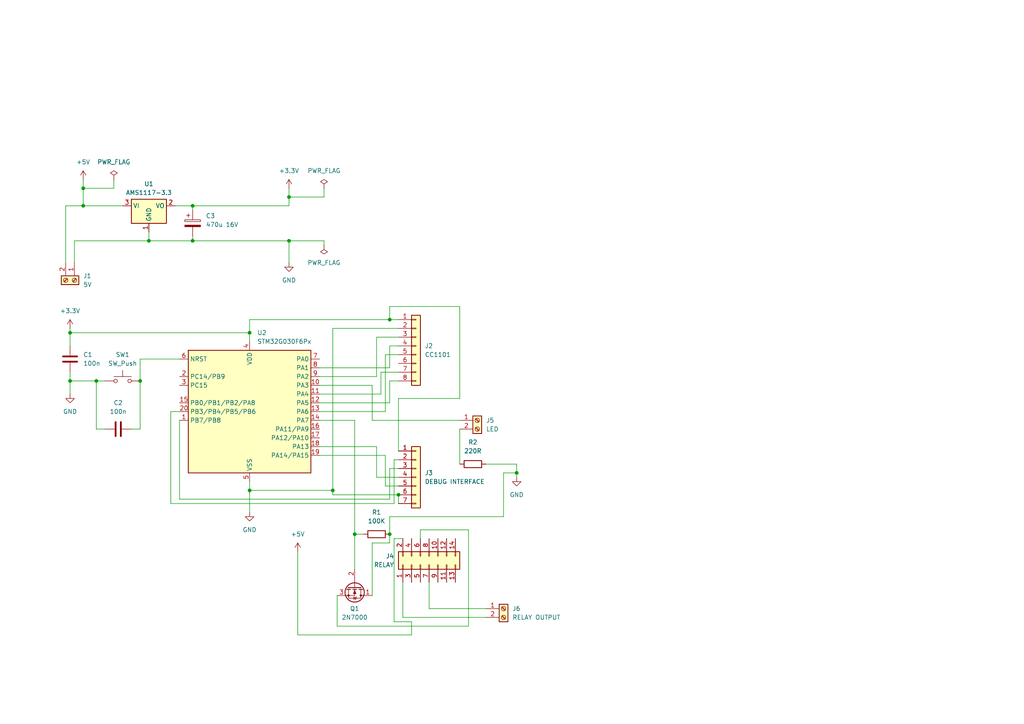
<source format=kicad_sch>
(kicad_sch (version 20230121) (generator eeschema)
  (paper "A4")
  (lib_symbols
    (symbol "Connector:Screw_Terminal_01x02" (pin_names (offset 1.016) hide)
      (property "Reference" "J" (at 0 2.54 0))
      (property "Value" "Screw_Terminal_01x02" (at 0 -5.08 0))
      (symbol "Screw_Terminal_01x02_1_1"
        (rectangle (start -1.27 1.27) (end 1.27 -3.81) (stroke (width 0.254)) (fill (type background)))
        (circle (center 0 -2.54) (radius 0.635) (stroke (width 0.1524)))
        (polyline (pts (xy -0.5334 -2.2098) (xy 0.3302 -3.048)) (stroke (width 0.1524)))
        (polyline (pts (xy -0.5334 0.3302) (xy 0.3302 -0.508)) (stroke (width 0.1524)))
        (polyline (pts (xy -0.3556 -2.032) (xy 0.508 -2.8702)) (stroke (width 0.1524)))
        (polyline (pts (xy -0.3556 0.508) (xy 0.508 -0.3302)) (stroke (width 0.1524)))
        (circle (center 0 0) (radius 0.635) (stroke (width 0.1524)))
        (pin passive line (at -5.08 0 0) (length 3.81) (name "Pin_1") (number "1"))
        (pin passive line (at -5.08 -2.54 0) (length 3.81) (name "Pin_2") (number "2"))
      )
    )
    (symbol "Connector_Generic:Conn_01x07" (pin_names (offset 1.016) hide)
      (property "Reference" "J" (at 0 10.16 0))
      (property "Value" "Conn_01x07" (at 0 -10.16 0))
      (symbol "Conn_01x07_1_1"
        (rectangle (start -1.27 -7.493) (end 0 -7.747) (stroke (width 0.1524)))
        (rectangle (start -1.27 -4.953) (end 0 -5.207) (stroke (width 0.1524)))
        (rectangle (start -1.27 -2.413) (end 0 -2.667) (stroke (width 0.1524)))
        (rectangle (start -1.27 0.127) (end 0 -0.127) (stroke (width 0.1524)))
        (rectangle (start -1.27 2.667) (end 0 2.413) (stroke (width 0.1524)))
        (rectangle (start -1.27 5.207) (end 0 4.953) (stroke (width 0.1524)))
        (rectangle (start -1.27 7.747) (end 0 7.493) (stroke (width 0.1524)))
        (rectangle (start -1.27 8.89) (end 1.27 -8.89) (stroke (width 0.254)) (fill (type background)))
        (pin passive line (at -5.08 7.62 0) (length 3.81) (name "Pin_1") (number "1"))
        (pin passive line (at -5.08 5.08 0) (length 3.81) (name "Pin_2") (number "2"))
        (pin passive line (at -5.08 2.54 0) (length 3.81) (name "Pin_3") (number "3"))
        (pin passive line (at -5.08 0 0) (length 3.81) (name "Pin_4") (number "4"))
        (pin passive line (at -5.08 -2.54 0) (length 3.81) (name "Pin_5") (number "5"))
        (pin passive line (at -5.08 -5.08 0) (length 3.81) (name "Pin_6") (number "6"))
        (pin passive line (at -5.08 -7.62 0) (length 3.81) (name "Pin_7") (number "7"))
      )
    )
    (symbol "Connector_Generic:Conn_01x08" (pin_names (offset 1.016) hide)
      (property "Reference" "J" (at 0 10.16 0))
      (property "Value" "Conn_01x08" (at 0 -12.7 0))
      (symbol "Conn_01x08_1_1"
        (rectangle (start -1.27 -10.033) (end 0 -10.287) (stroke (width 0.1524)))
        (rectangle (start -1.27 -7.493) (end 0 -7.747) (stroke (width 0.1524)))
        (rectangle (start -1.27 -4.953) (end 0 -5.207) (stroke (width 0.1524)))
        (rectangle (start -1.27 -2.413) (end 0 -2.667) (stroke (width 0.1524)))
        (rectangle (start -1.27 0.127) (end 0 -0.127) (stroke (width 0.1524)))
        (rectangle (start -1.27 2.667) (end 0 2.413) (stroke (width 0.1524)))
        (rectangle (start -1.27 5.207) (end 0 4.953) (stroke (width 0.1524)))
        (rectangle (start -1.27 7.747) (end 0 7.493) (stroke (width 0.1524)))
        (rectangle (start -1.27 8.89) (end 1.27 -11.43) (stroke (width 0.254)) (fill (type background)))
        (pin passive line (at -5.08 7.62 0) (length 3.81) (name "Pin_1") (number "1"))
        (pin passive line (at -5.08 5.08 0) (length 3.81) (name "Pin_2") (number "2"))
        (pin passive line (at -5.08 2.54 0) (length 3.81) (name "Pin_3") (number "3"))
        (pin passive line (at -5.08 0 0) (length 3.81) (name "Pin_4") (number "4"))
        (pin passive line (at -5.08 -2.54 0) (length 3.81) (name "Pin_5") (number "5"))
        (pin passive line (at -5.08 -5.08 0) (length 3.81) (name "Pin_6") (number "6"))
        (pin passive line (at -5.08 -7.62 0) (length 3.81) (name "Pin_7") (number "7"))
        (pin passive line (at -5.08 -10.16 0) (length 3.81) (name "Pin_8") (number "8"))
      )
    )
    (symbol "Connector_Generic:Conn_02x07_Odd_Even" (pin_names (offset 1.016) hide)
      (property "Reference" "J" (at 1.27 10.16 0))
      (property "Value" "Conn_02x07_Odd_Even" (at 1.27 -10.16 0))
      (symbol "Conn_02x07_Odd_Even_1_1"
        (rectangle (start -1.27 -7.493) (end 0 -7.747) (stroke (width 0.1524)))
        (rectangle (start -1.27 -4.953) (end 0 -5.207) (stroke (width 0.1524)))
        (rectangle (start -1.27 -2.413) (end 0 -2.667) (stroke (width 0.1524)))
        (rectangle (start -1.27 0.127) (end 0 -0.127) (stroke (width 0.1524)))
        (rectangle (start -1.27 2.667) (end 0 2.413) (stroke (width 0.1524)))
        (rectangle (start -1.27 5.207) (end 0 4.953) (stroke (width 0.1524)))
        (rectangle (start -1.27 7.747) (end 0 7.493) (stroke (width 0.1524)))
        (rectangle (start -1.27 8.89) (end 3.81 -8.89) (stroke (width 0.254)) (fill (type background)))
        (rectangle (start 3.81 -7.493) (end 2.54 -7.747) (stroke (width 0.1524)))
        (rectangle (start 3.81 -4.953) (end 2.54 -5.207) (stroke (width 0.1524)))
        (rectangle (start 3.81 -2.413) (end 2.54 -2.667) (stroke (width 0.1524)))
        (rectangle (start 3.81 0.127) (end 2.54 -0.127) (stroke (width 0.1524)))
        (rectangle (start 3.81 2.667) (end 2.54 2.413) (stroke (width 0.1524)))
        (rectangle (start 3.81 5.207) (end 2.54 4.953) (stroke (width 0.1524)))
        (rectangle (start 3.81 7.747) (end 2.54 7.493) (stroke (width 0.1524)))
        (pin passive line (at -5.08 7.62 0) (length 3.81) (name "Pin_1") (number "1"))
        (pin passive line (at 7.62 -2.54 180) (length 3.81) (name "Pin_10") (number "10"))
        (pin passive line (at -5.08 -5.08 0) (length 3.81) (name "Pin_11") (number "11"))
        (pin passive line (at 7.62 -5.08 180) (length 3.81) (name "Pin_12") (number "12"))
        (pin passive line (at -5.08 -7.62 0) (length 3.81) (name "Pin_13") (number "13"))
        (pin passive line (at 7.62 -7.62 180) (length 3.81) (name "Pin_14") (number "14"))
        (pin passive line (at 7.62 7.62 180) (length 3.81) (name "Pin_2") (number "2"))
        (pin passive line (at -5.08 5.08 0) (length 3.81) (name "Pin_3") (number "3"))
        (pin passive line (at 7.62 5.08 180) (length 3.81) (name "Pin_4") (number "4"))
        (pin passive line (at -5.08 2.54 0) (length 3.81) (name "Pin_5") (number "5"))
        (pin passive line (at 7.62 2.54 180) (length 3.81) (name "Pin_6") (number "6"))
        (pin passive line (at -5.08 0 0) (length 3.81) (name "Pin_7") (number "7"))
        (pin passive line (at 7.62 0 180) (length 3.81) (name "Pin_8") (number "8"))
        (pin passive line (at -5.08 -2.54 0) (length 3.81) (name "Pin_9") (number "9"))
      )
    )
    (symbol "Device:C" (pin_numbers hide) (pin_names (offset 0.254))
      (property "Reference" "C" (at 0.635 2.54 0))
      (property "Value" "C" (at 0.635 -2.54 0))
      (symbol "C_0_1"
        (polyline (pts (xy -2.032 -0.762) (xy 2.032 -0.762)) (stroke (width 0.508)))
        (polyline (pts (xy -2.032 0.762) (xy 2.032 0.762)) (stroke (width 0.508)))
      )
      (symbol "C_1_1"
        (pin passive line (at 0 3.81 270) (length 2.794) (name "~") (number "1"))
        (pin passive line (at 0 -3.81 90) (length 2.794) (name "~") (number "2"))
      )
    )
    (symbol "Device:C_Polarized" (pin_numbers hide) (pin_names (offset 0.254))
      (property "Reference" "C" (at 0.635 2.54 0))
      (property "Value" "C_Polarized" (at 0.635 -2.54 0))
      (symbol "C_Polarized_0_1"
        (rectangle (start -2.286 0.508) (end 2.286 1.016))
        (polyline (pts (xy -1.778 2.286) (xy -0.762 2.286)))
        (polyline (pts (xy -1.27 2.794) (xy -1.27 1.778)))
        (rectangle (start 2.286 -0.508) (end -2.286 -1.016) (fill (type outline)))
      )
      (symbol "C_Polarized_1_1"
        (pin passive line (at 0 3.81 270) (length 2.794) (name "~") (number "1"))
        (pin passive line (at 0 -3.81 90) (length 2.794) (name "~") (number "2"))
      )
    )
    (symbol "Device:R" (pin_numbers hide) (pin_names (offset 0))
      (property "Reference" "R" (at 2.032 0 90))
      (property "Value" "R" (at 0 0 90))
      (symbol "R_0_1"
        (rectangle (start -1.016 -2.54) (end 1.016 2.54) (stroke (width 0.254)))
      )
      (symbol "R_1_1"
        (pin passive line (at 0 3.81 270) (length 1.27) (name "~") (number "1"))
        (pin passive line (at 0 -3.81 90) (length 1.27) (name "~") (number "2"))
      )
    )
    (symbol "MCU_ST_STM32G0:STM32G030F6Px"
      (property "Reference" "U" (at -17.78 19.05 0))
      (property "Value" "STM32G030F6Px" (at 2.54 19.05 0))
      (symbol "STM32G030F6Px_0_1"
        (rectangle (start -17.78 -17.78) (end 17.78 17.78) (stroke (width 0.254)) (fill (type background)))
      )
      (symbol "STM32G030F6Px_1_1"
        (pin bidirectional line (at -20.32 -2.54 0) (length 2.54) (name "PB7/PB8") (number "1"))
        (pin bidirectional line (at 20.32 7.62 180) (length 2.54) (name "PA3") (number "10"))
        (pin bidirectional line (at 20.32 5.08 180) (length 2.54) (name "PA4") (number "11"))
        (pin bidirectional line (at 20.32 2.54 180) (length 2.54) (name "PA5") (number "12"))
        (pin bidirectional line (at 20.32 0 180) (length 2.54) (name "PA6") (number "13"))
        (pin bidirectional line (at 20.32 -2.54 180) (length 2.54) (name "PA7") (number "14"))
        (pin bidirectional line (at -20.32 2.54 0) (length 2.54) (name "PB0/PB1/PB2/PA8") (number "15"))
        (pin bidirectional line (at 20.32 -5.08 180) (length 2.54) (name "PA11/PA9") (number "16"))
        (pin bidirectional line (at 20.32 -7.62 180) (length 2.54) (name "PA12/PA10") (number "17"))
        (pin bidirectional line (at 20.32 -10.16 180) (length 2.54) (name "PA13") (number "18"))
        (pin bidirectional line (at 20.32 -12.7 180) (length 2.54) (name "PA14/PA15") (number "19"))
        (pin bidirectional line (at -20.32 10.16 0) (length 2.54) (name "PC14/PB9") (number "2"))
        (pin bidirectional line (at -20.32 0 0) (length 2.54) (name "PB3/PB4/PB5/PB6") (number "20"))
        (pin bidirectional line (at -20.32 7.62 0) (length 2.54) (name "PC15") (number "3"))
        (pin power_in line (at 0 20.32 270) (length 2.54) (name "VDD") (number "4"))
        (pin power_in line (at 0 -20.32 90) (length 2.54) (name "VSS") (number "5"))
        (pin input line (at -20.32 15.24 0) (length 2.54) (name "NRST") (number "6"))
        (pin bidirectional line (at 20.32 15.24 180) (length 2.54) (name "PA0") (number "7"))
        (pin bidirectional line (at 20.32 12.7 180) (length 2.54) (name "PA1") (number "8"))
        (pin bidirectional line (at 20.32 10.16 180) (length 2.54) (name "PA2") (number "9"))
      )
    )
    (symbol "Regulator_Linear:AMS1117-3.3"
      (property "Reference" "U" (at -3.81 3.175 0))
      (property "Value" "AMS1117-3.3" (at 0 3.175 0))
      (symbol "AMS1117-3.3_0_1"
        (rectangle (start -5.08 -5.08) (end 5.08 1.905) (stroke (width 0.254)) (fill (type background)))
      )
      (symbol "AMS1117-3.3_1_1"
        (pin power_in line (at 0 -7.62 90) (length 2.54) (name "GND") (number "1"))
        (pin power_out line (at 7.62 0 180) (length 2.54) (name "VO") (number "2"))
        (pin power_in line (at -7.62 0 0) (length 2.54) (name "VI") (number "3"))
      )
    )
    (symbol "Switch:SW_Push" (pin_numbers hide) (pin_names (offset 1.016) hide)
      (property "Reference" "SW" (at 1.27 2.54 0))
      (property "Value" "SW_Push" (at 0 -1.524 0))
      (symbol "SW_Push_0_1"
        (circle (center -2.032 0) (radius 0.508))
        (polyline (pts (xy 0 1.27) (xy 0 3.048)))
        (polyline (pts (xy 2.54 1.27) (xy -2.54 1.27)))
        (circle (center 2.032 0) (radius 0.508))
        (pin passive line (at -5.08 0 0) (length 2.54) (name "1") (number "1"))
        (pin passive line (at 5.08 0 180) (length 2.54) (name "2") (number "2"))
      )
    )
    (symbol "Transistor_FET:BS170" (pin_names hide)
      (property "Reference" "Q" (at 5.08 1.905 0))
      (property "Value" "BS170" (at 5.08 0 0))
      (symbol "BS170_0_1"
        (polyline (pts (xy 0.254 0) (xy -2.54 0)))
        (polyline (pts (xy 0.254 1.905) (xy 0.254 -1.905)) (stroke (width 0.254)))
        (polyline (pts (xy 0.762 -1.27) (xy 0.762 -2.286)) (stroke (width 0.254)))
        (polyline (pts (xy 0.762 0.508) (xy 0.762 -0.508)) (stroke (width 0.254)))
        (polyline (pts (xy 0.762 2.286) (xy 0.762 1.27)) (stroke (width 0.254)))
        (polyline (pts (xy 2.54 2.54) (xy 2.54 1.778)))
        (polyline (pts (xy 2.54 -2.54) (xy 2.54 0) (xy 0.762 0)))
        (polyline (pts (xy 0.762 -1.778) (xy 3.302 -1.778) (xy 3.302 1.778) (xy 0.762 1.778)))
        (polyline (pts (xy 1.016 0) (xy 2.032 0.381) (xy 2.032 -0.381) (xy 1.016 0)) (fill (type outline)))
        (polyline (pts (xy 2.794 0.508) (xy 2.921 0.381) (xy 3.683 0.381) (xy 3.81 0.254)))
        (polyline (pts (xy 3.302 0.381) (xy 2.921 -0.254) (xy 3.683 -0.254) (xy 3.302 0.381)))
        (circle (center 1.651 0) (radius 2.794) (stroke (width 0.254)))
        (circle (center 2.54 -1.778) (radius 0.254) (fill (type outline)))
        (circle (center 2.54 1.778) (radius 0.254) (fill (type outline)))
      )
      (symbol "BS170_1_1"
        (pin passive line (at 2.54 5.08 270) (length 2.54) (name "D") (number "1"))
        (pin input line (at -5.08 0 0) (length 2.54) (name "G") (number "2"))
        (pin passive line (at 2.54 -5.08 90) (length 2.54) (name "S") (number "3"))
      )
    )
    (symbol "power:+3.3V" (power) (pin_names (offset 0))
      (property "Value" "+3.3V" (at 0 3.556 0))
      (symbol "+3.3V_0_1"
        (polyline (pts (xy -0.762 1.27) (xy 0 2.54)))
        (polyline (pts (xy 0 0) (xy 0 2.54)))
        (polyline (pts (xy 0 2.54) (xy 0.762 1.27)))
      )
      (symbol "+3.3V_1_1"
        (pin power_in line (at 0 0 90) (length 0) hide (name "+3.3V") (number "1"))
      )
    )
    (symbol "power:+5V" (power) (pin_names (offset 0))
      (property "Value" "+5V" (at 0 3.556 0))
      (symbol "+5V_0_1"
        (polyline (pts (xy -0.762 1.27) (xy 0 2.54)))
        (polyline (pts (xy 0 0) (xy 0 2.54)))
        (polyline (pts (xy 0 2.54) (xy 0.762 1.27)))
      )
      (symbol "+5V_1_1"
        (pin power_in line (at 0 0 90) (length 0) hide (name "+5V") (number "1"))
      )
    )
    (symbol "power:GND" (power) (pin_names (offset 0))
      (property "Value" "GND" (at 0 -3.81 0))
      (symbol "GND_0_1"
        (polyline (pts (xy 0 0) (xy 0 -1.27) (xy 1.27 -1.27) (xy 0 -2.54) (xy -1.27 -1.27) (xy 0 -1.27)))
      )
      (symbol "GND_1_1"
        (pin power_in line (at 0 0 270) (length 0) hide (name "GND") (number "1"))
      )
    )
    (symbol "power:PWR_FLAG" (power) (pin_numbers hide) (pin_names (offset 0) hide)
      (property "Value" "PWR_FLAG" (at 0 3.81 0))
      (symbol "PWR_FLAG_0_0"
        (pin power_out line (at 0 0 90) (length 0) (name "pwr") (number "1"))
      )
      (symbol "PWR_FLAG_0_1"
        (polyline (pts (xy 0 0) (xy 0 1.27) (xy -1.016 1.905) (xy 0 2.54) (xy 1.016 1.905) (xy 0 1.27)))
      )
    )
  )
  (junction (at 102.87 154.94))
  (junction (at 24.13 59.69))
  (junction (at 113.03 154.94))
  (junction (at 55.88 59.69))
  (junction (at 20.32 96.52))
  (junction (at 40.64 110.49))
  (junction (at 149.86 137.16))
  (junction (at 83.82 69.85))
  (junction (at 55.88 69.85))
  (junction (at 72.39 96.52))
  (junction (at 83.82 57.15))
  (junction (at 115.57 143.51))
  (junction (at 113.03 92.71))
  (junction (at 20.32 110.49))
  (junction (at 24.13 54.61))
  (junction (at 43.18 69.85))
  (junction (at 27.94 110.49))
  (junction (at 96.52 142.24))
  (junction (at 72.39 142.24))
  (wire (pts (xy 114.3 133.35) (xy 115.57 133.35)))
  (wire (pts (xy 111.76 132.08) (xy 111.76 140.97)))
  (wire (pts (xy 55.88 59.69) (xy 83.82 59.69)))
  (wire (pts (xy 24.13 54.61) (xy 33.02 54.61)))
  (wire (pts (xy 92.71 119.38) (xy 111.76 119.38)))
  (wire (pts (xy 52.07 144.78) (xy 113.03 144.78)))
  (wire (pts (xy 115.57 130.81) (xy 115.57 115.57)))
  (wire (pts (xy 30.48 124.46) (xy 27.94 124.46)))
  (wire (pts (xy 109.22 138.43) (xy 115.57 138.43)))
  (wire (pts (xy 20.32 107.95) (xy 20.32 110.49)))
  (wire (pts (xy 72.39 139.7) (xy 72.39 142.24)))
  (wire (pts (xy 114.3 180.34) (xy 114.3 156.21)))
  (wire (pts (xy 113.03 144.78) (xy 113.03 135.89)))
  (wire (pts (xy 93.98 54.61) (xy 93.98 57.15)))
  (wire (pts (xy 27.94 110.49) (xy 30.48 110.49)))
  (wire (pts (xy 55.88 69.85) (xy 83.82 69.85)))
  (wire (pts (xy 149.86 134.62) (xy 149.86 137.16)))
  (wire (pts (xy 92.71 121.92) (xy 102.87 121.92)))
  (wire (pts (xy 113.03 100.33) (xy 115.57 100.33)))
  (wire (pts (xy 102.87 154.94) (xy 105.41 154.94)))
  (wire (pts (xy 119.38 184.15) (xy 86.36 184.15)))
  (wire (pts (xy 21.59 76.2) (xy 21.59 69.85)))
  (wire (pts (xy 43.18 67.31) (xy 43.18 69.85)))
  (wire (pts (xy 20.32 96.52) (xy 20.32 100.33)))
  (wire (pts (xy 140.97 134.62) (xy 149.86 134.62)))
  (wire (pts (xy 115.57 115.57) (xy 133.35 115.57)))
  (wire (pts (xy 92.71 109.22) (xy 109.22 109.22)))
  (wire (pts (xy 113.03 154.94) (xy 113.03 149.86)))
  (wire (pts (xy 113.03 106.68) (xy 113.03 100.33)))
  (wire (pts (xy 113.03 110.49) (xy 115.57 110.49)))
  (wire (pts (xy 52.07 121.92) (xy 52.07 144.78)))
  (wire (pts (xy 83.82 54.61) (xy 83.82 57.15)))
  (wire (pts (xy 111.76 102.87) (xy 115.57 102.87)))
  (wire (pts (xy 114.3 156.21) (xy 116.84 156.21)))
  (wire (pts (xy 96.52 143.51) (xy 115.57 143.51)))
  (wire (pts (xy 124.46 176.53) (xy 140.97 176.53)))
  (wire (pts (xy 86.36 160.02) (xy 86.36 184.15)))
  (wire (pts (xy 109.22 129.54) (xy 109.22 138.43)))
  (wire (pts (xy 92.71 106.68) (xy 113.03 106.68)))
  (wire (pts (xy 92.71 116.84) (xy 113.03 116.84)))
  (wire (pts (xy 113.03 92.71) (xy 72.39 92.71)))
  (wire (pts (xy 21.59 69.85) (xy 43.18 69.85)))
  (wire (pts (xy 93.98 57.15) (xy 83.82 57.15)))
  (wire (pts (xy 135.89 181.61) (xy 135.89 153.67)))
  (wire (pts (xy 24.13 52.07) (xy 24.13 54.61)))
  (wire (pts (xy 107.95 111.76) (xy 107.95 121.92)))
  (wire (pts (xy 146.05 137.16) (xy 149.86 137.16)))
  (wire (pts (xy 133.35 88.9) (xy 113.03 88.9)))
  (wire (pts (xy 40.64 110.49) (xy 40.64 104.14)))
  (wire (pts (xy 96.52 142.24) (xy 96.52 143.51)))
  (wire (pts (xy 135.89 153.67) (xy 121.92 153.67)))
  (wire (pts (xy 20.32 110.49) (xy 27.94 110.49)))
  (wire (pts (xy 111.76 140.97) (xy 115.57 140.97)))
  (wire (pts (xy 24.13 59.69) (xy 35.56 59.69)))
  (wire (pts (xy 116.84 168.91) (xy 116.84 179.07)))
  (wire (pts (xy 113.03 88.9) (xy 113.03 92.71)))
  (wire (pts (xy 55.88 68.58) (xy 55.88 69.85)))
  (wire (pts (xy 72.39 142.24) (xy 72.39 148.59)))
  (wire (pts (xy 20.32 110.49) (xy 20.32 114.3)))
  (wire (pts (xy 72.39 96.52) (xy 72.39 99.06)))
  (wire (pts (xy 97.79 181.61) (xy 135.89 181.61)))
  (wire (pts (xy 83.82 69.85) (xy 83.82 76.2)))
  (wire (pts (xy 52.07 119.38) (xy 49.53 119.38)))
  (wire (pts (xy 102.87 121.92) (xy 102.87 154.94)))
  (wire (pts (xy 110.49 114.3) (xy 110.49 107.95)))
  (wire (pts (xy 133.35 115.57) (xy 133.35 88.9)))
  (wire (pts (xy 40.64 104.14) (xy 52.07 104.14)))
  (wire (pts (xy 116.84 179.07) (xy 140.97 179.07)))
  (wire (pts (xy 119.38 184.15) (xy 119.38 180.34)))
  (wire (pts (xy 149.86 137.16) (xy 149.86 138.43)))
  (wire (pts (xy 92.71 111.76) (xy 107.95 111.76)))
  (wire (pts (xy 38.1 124.46) (xy 40.64 124.46)))
  (wire (pts (xy 55.88 59.69) (xy 55.88 60.96)))
  (wire (pts (xy 20.32 95.25) (xy 20.32 96.52)))
  (wire (pts (xy 49.53 146.05) (xy 114.3 146.05)))
  (wire (pts (xy 97.79 172.72) (xy 97.79 181.61)))
  (wire (pts (xy 115.57 143.51) (xy 115.57 146.05)))
  (wire (pts (xy 19.05 59.69) (xy 19.05 76.2)))
  (wire (pts (xy 113.03 157.48) (xy 113.03 154.94)))
  (wire (pts (xy 27.94 124.46) (xy 27.94 110.49)))
  (wire (pts (xy 111.76 119.38) (xy 111.76 102.87)))
  (wire (pts (xy 102.87 154.94) (xy 102.87 165.1)))
  (wire (pts (xy 19.05 59.69) (xy 24.13 59.69)))
  (wire (pts (xy 72.39 92.71) (xy 72.39 96.52)))
  (wire (pts (xy 20.32 96.52) (xy 72.39 96.52)))
  (wire (pts (xy 115.57 95.25) (xy 96.52 95.25)))
  (wire (pts (xy 83.82 69.85) (xy 93.98 69.85)))
  (wire (pts (xy 43.18 69.85) (xy 55.88 69.85)))
  (wire (pts (xy 133.35 124.46) (xy 133.35 134.62)))
  (wire (pts (xy 113.03 116.84) (xy 113.03 110.49)))
  (wire (pts (xy 107.95 157.48) (xy 113.03 157.48)))
  (wire (pts (xy 93.98 69.85) (xy 93.98 71.12)))
  (wire (pts (xy 24.13 54.61) (xy 24.13 59.69)))
  (wire (pts (xy 121.92 153.67) (xy 121.92 156.21)))
  (wire (pts (xy 110.49 107.95) (xy 115.57 107.95)))
  (wire (pts (xy 113.03 135.89) (xy 115.57 135.89)))
  (wire (pts (xy 107.95 121.92) (xy 133.35 121.92)))
  (wire (pts (xy 146.05 149.86) (xy 146.05 137.16)))
  (wire (pts (xy 92.71 132.08) (xy 111.76 132.08)))
  (wire (pts (xy 109.22 109.22) (xy 109.22 97.79)))
  (wire (pts (xy 124.46 176.53) (xy 124.46 168.91)))
  (wire (pts (xy 92.71 129.54) (xy 109.22 129.54)))
  (wire (pts (xy 96.52 142.24) (xy 72.39 142.24)))
  (wire (pts (xy 107.95 172.72) (xy 107.95 157.48)))
  (wire (pts (xy 83.82 57.15) (xy 83.82 59.69)))
  (wire (pts (xy 33.02 54.61) (xy 33.02 52.07)))
  (wire (pts (xy 113.03 149.86) (xy 146.05 149.86)))
  (wire (pts (xy 40.64 110.49) (xy 40.64 124.46)))
  (wire (pts (xy 50.8 59.69) (xy 55.88 59.69)))
  (wire (pts (xy 115.57 92.71) (xy 113.03 92.71)))
  (wire (pts (xy 49.53 119.38) (xy 49.53 146.05)))
  (wire (pts (xy 92.71 114.3) (xy 110.49 114.3)))
  (wire (pts (xy 96.52 95.25) (xy 96.52 142.24)))
  (wire (pts (xy 109.22 97.79) (xy 115.57 97.79)))
  (wire (pts (xy 114.3 146.05) (xy 114.3 133.35)))
  (wire (pts (xy 119.38 180.34) (xy 114.3 180.34)))
  (symbol (lib_id "Connector:Screw_Terminal_01x02") (at 138.43 121.92 0) (unit 1)
    (property "Reference" "J5" (at 140.97 121.92 0) (effects (justify left)))
    (property "Value" "LED" (at 140.97 124.46 0) (effects (justify left)))
    (property "Footprint" "TerminalBlock:TerminalBlock_bornier-2_P5.08mm" (effects hide))
  )
  (symbol (lib_id "power:+5V") (at 24.13 52.07 0) (unit 1)
    (property "Reference" "#PWR03" (effects hide))
    (property "Value" "+5V" (at 24.13 46.99 0))
  )
  (symbol (lib_id "Connector_Generic:Conn_01x08") (at 120.65 100.33 0) (unit 1)
    (property "Reference" "J2" (at 123.19 100.33 0) (effects (justify left)))
    (property "Value" "CC1101" (at 123.19 102.87 0) (effects (justify left)))
    (property "Footprint" "Connector_PinSocket_2.00mm:PinSocket_1x08_P2.00mm_Vertical" (effects hide))
  )
  (symbol (lib_id "power:GND") (at 72.39 148.59 0) (unit 1)
    (property "Reference" "#PWR04" (effects hide))
    (property "Value" "GND" (at 72.39 153.67 0))
  )
  (symbol (lib_id "Device:R") (at 137.16 134.62 90) (unit 1)
    (property "Reference" "R2" (at 137.16 128.27 90))
    (property "Value" "220R" (at 137.16 130.81 90))
    (property "Footprint" "Resistor_SMD:R_1206_3216Metric" (effects hide))
  )
  (symbol (lib_id "Device:C") (at 20.32 104.14 180) (unit 1)
    (property "Reference" "C1" (at 24.13 102.87 0) (effects (justify right)))
    (property "Value" "100n" (at 24.13 105.41 0) (effects (justify right)))
    (property "Footprint" "Capacitor_SMD:C_1206_3216Metric" (effects hide))
  )
  (symbol (lib_id "power:GND") (at 20.32 114.3 0) (unit 1)
    (property "Reference" "#PWR02" (effects hide))
    (property "Value" "GND" (at 20.32 119.38 0))
  )
  (symbol (lib_id "Device:C") (at 34.29 124.46 270) (unit 1)
    (property "Reference" "C2" (at 34.29 116.84 90))
    (property "Value" "100n" (at 34.29 119.38 90))
    (property "Footprint" "Capacitor_SMD:C_1206_3216Metric" (effects hide))
  )
  (symbol (lib_id "Regulator_Linear:AMS1117-3.3") (at 43.18 59.69 0) (unit 1)
    (property "Reference" "U1" (at 43.18 53.34 0))
    (property "Value" "AMS1117-3.3" (at 43.18 55.88 0))
    (property "Footprint" "Package_TO_SOT_SMD:SOT-223-3_TabPin2" (effects hide))
    (property "Datasheet" "http://www.advanced-monolithic.com/pdf/ds1117.pdf" (effects hide))
  )
  (symbol (lib_id "power:+5V") (at 86.36 160.02 0) (unit 1)
    (property "Reference" "#PWR07" (effects hide))
    (property "Value" "+5V" (at 86.36 154.94 0))
  )
  (symbol (lib_id "Connector_Generic:Conn_01x07") (at 120.65 138.43 0) (unit 1)
    (property "Reference" "J3" (at 123.19 137.16 0) (effects (justify left)))
    (property "Value" "DEBUG INTERFACE" (at 123.19 139.7 0) (effects (justify left)))
    (property "Footprint" "Connector_PinHeader_2.54mm:PinHeader_1x07_P2.54mm_Vertical" (effects hide))
  )
  (symbol (lib_id "Device:R") (at 109.22 154.94 90) (unit 1)
    (property "Reference" "R1" (at 109.22 148.59 90))
    (property "Value" "100K" (at 109.22 151.13 90))
    (property "Footprint" "Resistor_SMD:R_1206_3216Metric" (effects hide))
  )
  (symbol (lib_id "power:GND") (at 149.86 138.43 0) (unit 1)
    (property "Reference" "#PWR08" (effects hide))
    (property "Value" "GND" (at 149.86 143.51 0))
  )
  (symbol (lib_id "Connector_Generic:Conn_02x07_Odd_Even") (at 124.46 163.83 90) (unit 1)
    (property "Reference" "J4" (at 114.3 161.29 90) (effects (justify left)))
    (property "Value" "RELAY" (at 114.3 163.83 90) (effects (justify left)))
    (property "Footprint" "Package_DIP:CERDIP-14_W7.62mm_SideBrazed" (effects hide))
  )
  (symbol (lib_id "power:PWR_FLAG") (at 93.98 71.12 180) (unit 1)
    (property "Reference" "#FLG03" (effects hide))
    (property "Value" "PWR_FLAG" (at 93.98 76.2 0))
  )
  (symbol (lib_id "Device:C_Polarized") (at 55.88 64.77 0) (unit 1)
    (property "Reference" "C3" (at 59.69 62.611 0) (effects (justify left)))
    (property "Value" "470u 16V" (at 59.69 65.151 0) (effects (justify left)))
    (property "Footprint" "Capacitor_THT:CP_Radial_D8.0mm_P3.80mm" (effects hide))
  )
  (symbol (lib_id "Connector:Screw_Terminal_01x02") (at 146.05 176.53 0) (unit 1)
    (property "Reference" "J6" (at 148.59 176.53 0) (effects (justify left)))
    (property "Value" "RELAY OUTPUT" (at 148.59 179.07 0) (effects (justify left)))
    (property "Footprint" "TerminalBlock:TerminalBlock_bornier-2_P5.08mm" (effects hide))
  )
  (symbol (lib_id "power:+3.3V") (at 20.32 95.25 0) (unit 1)
    (property "Reference" "#PWR01" (effects hide))
    (property "Value" "+3.3V" (at 20.32 90.17 0))
  )
  (symbol (lib_id "Connector:Screw_Terminal_01x02") (at 21.59 81.28 270) (unit 1)
    (property "Reference" "J1" (at 24.13 80.01 90) (effects (justify left)))
    (property "Value" "5V" (at 24.13 82.55 90) (effects (justify left)))
    (property "Footprint" "TerminalBlock:TerminalBlock_bornier-2_P5.08mm" (effects hide))
  )
  (symbol (lib_id "Switch:SW_Push") (at 35.56 110.49 0) (unit 1)
    (property "Reference" "SW1" (at 35.56 102.87 0))
    (property "Value" "SW_Push" (at 35.56 105.41 0))
    (property "Footprint" "Button_Switch_SMD:SW_Tactile_SPST_NO_Straight_CK_PTS636Sx25SMTRLFS" (effects hide))
  )
  (symbol (lib_id "MCU_ST_STM32G0:STM32G030F6Px") (at 72.39 119.38 0) (unit 1)
    (property "Reference" "U2" (at 74.5841 96.52 0) (effects (justify left)))
    (property "Value" "STM32G030F6Px" (at 74.5841 99.06 0) (effects (justify left)))
    (property "Footprint" "Package_SO:TSSOP-20_4.4x6.5mm_P0.65mm" (effects hide))
    (property "Datasheet" "https://www.st.com/resource/en/datasheet/stm32g030f6.pdf" (effects hide))
  )
  (symbol (lib_id "power:GND") (at 83.82 76.2 0) (unit 1)
    (property "Reference" "#PWR06" (effects hide))
    (property "Value" "GND" (at 83.82 81.28 0))
  )
  (symbol (lib_id "Transistor_FET:BS170") (at 102.87 170.18 270) (unit 1)
    (property "Reference" "Q1" (at 102.87 176.53 90))
    (property "Value" "2N7000" (at 102.87 179.07 90))
    (property "Footprint" "Package_TO_SOT_THT:TO-92_Inline" (effects hide))
    (property "Datasheet" "https://www.onsemi.com/pub/Collateral/BS170-D.PDF" (effects hide))
  )
  (symbol (lib_id "power:+3.3V") (at 83.82 54.61 0) (unit 1)
    (property "Reference" "#PWR05" (effects hide))
    (property "Value" "+3.3V" (at 83.82 49.53 0))
  )
  (symbol (lib_id "power:PWR_FLAG") (at 33.02 52.07 0) (unit 1)
    (property "Reference" "#FLG01" (effects hide))
    (property "Value" "PWR_FLAG" (at 33.02 46.99 0))
  )
  (symbol (lib_id "power:PWR_FLAG") (at 93.98 54.61 0) (unit 1)
    (property "Reference" "#FLG02" (effects hide))
    (property "Value" "PWR_FLAG" (at 93.98 49.53 0))
  )
)
</source>
